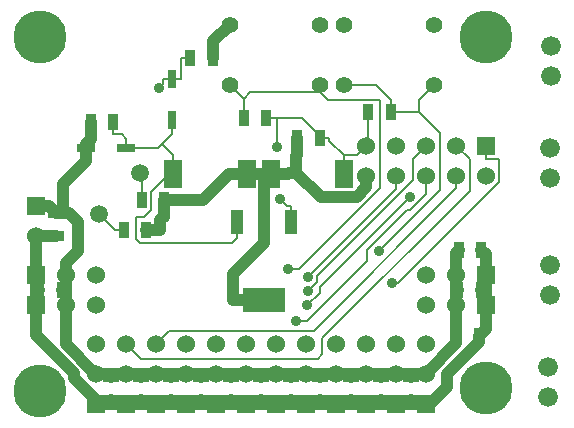
<source format=gbl>
G04 (created by PCBNEW-RS274X (2011-05-25)-stable) date Чт. 09 авг. 2012 02:33:36*
G01*
G70*
G90*
%MOIN*%
G04 Gerber Fmt 3.4, Leading zero omitted, Abs format*
%FSLAX34Y34*%
G04 APERTURE LIST*
%ADD10C,0.006000*%
%ADD11C,0.066000*%
%ADD12R,0.144000X0.080000*%
%ADD13R,0.040000X0.080000*%
%ADD14C,0.177200*%
%ADD15R,0.062900X0.031400*%
%ADD16R,0.031400X0.062900*%
%ADD17R,0.059100X0.094500*%
%ADD18C,0.059100*%
%ADD19R,0.060000X0.060000*%
%ADD20C,0.060000*%
%ADD21R,0.035000X0.055000*%
%ADD22R,0.055000X0.035000*%
%ADD23C,0.055000*%
%ADD24C,0.035000*%
%ADD25C,0.008000*%
%ADD26C,0.039400*%
G04 APERTURE END LIST*
G54D10*
G54D11*
X63925Y-29275D03*
X63925Y-28275D03*
X63875Y-32675D03*
X63875Y-31675D03*
X63925Y-25375D03*
X63925Y-24375D03*
G54D12*
X54409Y-29440D03*
G54D13*
X54409Y-26840D03*
X55309Y-26840D03*
X53509Y-26840D03*
G54D14*
X46949Y-20669D03*
X46949Y-32480D03*
X61811Y-20669D03*
X61811Y-32382D03*
G54D15*
X48475Y-24360D03*
X49813Y-24360D03*
G54D16*
X51329Y-22087D03*
X51329Y-23425D03*
G54D17*
X57066Y-25226D03*
X54626Y-25226D03*
X51388Y-25226D03*
X53828Y-25226D03*
G54D18*
X48920Y-26580D03*
X50280Y-25220D03*
G54D19*
X46801Y-26301D03*
G54D20*
X46801Y-27301D03*
G54D19*
X61800Y-28600D03*
G54D20*
X60800Y-28600D03*
X59800Y-28600D03*
G54D19*
X58800Y-32900D03*
G54D20*
X58800Y-31900D03*
X58800Y-30900D03*
G54D19*
X59800Y-32900D03*
G54D20*
X59800Y-31900D03*
X59800Y-30900D03*
G54D19*
X61800Y-29600D03*
G54D20*
X60800Y-29600D03*
X59800Y-29600D03*
G54D19*
X46800Y-29600D03*
G54D20*
X47800Y-29600D03*
X48800Y-29600D03*
G54D19*
X53800Y-32900D03*
G54D20*
X53800Y-31900D03*
X53800Y-30900D03*
G54D19*
X52800Y-32900D03*
G54D20*
X52800Y-31900D03*
X52800Y-30900D03*
G54D19*
X51800Y-32900D03*
G54D20*
X51800Y-31900D03*
X51800Y-30900D03*
G54D19*
X50800Y-32900D03*
G54D20*
X50800Y-31900D03*
X50800Y-30900D03*
G54D19*
X49800Y-32900D03*
G54D20*
X49800Y-31900D03*
X49800Y-30900D03*
G54D19*
X48800Y-32900D03*
G54D20*
X48800Y-31900D03*
X48800Y-30900D03*
G54D19*
X46800Y-28600D03*
G54D20*
X47800Y-28600D03*
X48800Y-28600D03*
G54D19*
X57800Y-32900D03*
G54D20*
X57800Y-31900D03*
X57800Y-30900D03*
G54D19*
X56800Y-32900D03*
G54D20*
X56800Y-31900D03*
X56800Y-30900D03*
G54D19*
X55800Y-32900D03*
G54D20*
X55800Y-31900D03*
X55800Y-30900D03*
G54D19*
X54800Y-32900D03*
G54D20*
X54800Y-31900D03*
X54800Y-30900D03*
G54D21*
X57883Y-23189D03*
X58633Y-23189D03*
X48631Y-23504D03*
X49381Y-23504D03*
X53729Y-23376D03*
X54479Y-23376D03*
X47658Y-29104D03*
X46908Y-29104D03*
X60905Y-27776D03*
X61655Y-27776D03*
X60816Y-30630D03*
X61566Y-30630D03*
G54D22*
X49301Y-32017D03*
X49301Y-32767D03*
X54301Y-32017D03*
X54301Y-32767D03*
X50305Y-32017D03*
X50305Y-32767D03*
X51299Y-32017D03*
X51299Y-32767D03*
X52303Y-32017D03*
X52303Y-32767D03*
X53297Y-32017D03*
X53297Y-32767D03*
X47490Y-26554D03*
X47490Y-27304D03*
G54D21*
X60885Y-29104D03*
X61635Y-29104D03*
G54D22*
X59301Y-32017D03*
X59301Y-32767D03*
X58297Y-32017D03*
X58297Y-32767D03*
X57303Y-32017D03*
X57303Y-32767D03*
X56289Y-32017D03*
X56289Y-32767D03*
X55305Y-32017D03*
X55305Y-32767D03*
G54D21*
X56261Y-24035D03*
X55511Y-24035D03*
X52698Y-21388D03*
X51948Y-21388D03*
X50325Y-26100D03*
X51075Y-26100D03*
X49725Y-27100D03*
X50475Y-27100D03*
G54D23*
X57073Y-22270D03*
X57073Y-20270D03*
X60073Y-22270D03*
X60073Y-20270D03*
X53264Y-22260D03*
X53264Y-20260D03*
X56264Y-22260D03*
X56264Y-20260D03*
G54D19*
X61813Y-24293D03*
G54D20*
X61813Y-25293D03*
X60813Y-24293D03*
X60813Y-25293D03*
X59813Y-24293D03*
X59813Y-25293D03*
X58813Y-24293D03*
X58813Y-25293D03*
X57813Y-24293D03*
X57813Y-25293D03*
G54D11*
X63975Y-21975D03*
X63975Y-20975D03*
G54D24*
X55861Y-28677D03*
X55872Y-29142D03*
X58664Y-28870D03*
X59257Y-26021D03*
X55855Y-29616D03*
X55475Y-30127D03*
X54929Y-26069D03*
X54827Y-24354D03*
X51003Y-26717D03*
X50894Y-22360D03*
X55198Y-28398D03*
X58247Y-27808D03*
G54D25*
X58813Y-25725D02*
X55861Y-28677D01*
X58813Y-25293D02*
X58813Y-25725D01*
X56179Y-28835D02*
X55872Y-29142D01*
X56179Y-28642D02*
X56179Y-28835D01*
X59369Y-25452D02*
X56179Y-28642D01*
X59369Y-24737D02*
X59369Y-25452D01*
X59813Y-24293D02*
X59369Y-24737D01*
X61813Y-24293D02*
X61813Y-24736D01*
X58877Y-28870D02*
X58664Y-28870D01*
X62256Y-25491D02*
X58877Y-28870D01*
X62256Y-24758D02*
X62256Y-25491D01*
X62234Y-24736D02*
X62256Y-24758D01*
X61813Y-24736D02*
X62234Y-24736D01*
X50308Y-31408D02*
X49800Y-30900D01*
X56198Y-31408D02*
X50308Y-31408D01*
X56356Y-31250D02*
X56198Y-31408D01*
X56356Y-30718D02*
X56356Y-31250D01*
X61257Y-25817D02*
X56356Y-30718D01*
X61257Y-24737D02*
X61257Y-25817D01*
X60813Y-24293D02*
X61257Y-24737D01*
X51244Y-30456D02*
X50800Y-30900D01*
X56071Y-30456D02*
X51244Y-30456D01*
X60813Y-25714D02*
X56071Y-30456D01*
X60813Y-25293D02*
X60813Y-25714D01*
X56273Y-29005D02*
X59257Y-26021D01*
X56273Y-29198D02*
X56273Y-29005D01*
X55855Y-29616D02*
X56273Y-29198D01*
X59813Y-25916D02*
X59813Y-25293D01*
X59289Y-26440D02*
X59813Y-25916D01*
X59165Y-26440D02*
X59289Y-26440D01*
X57836Y-27769D02*
X59165Y-26440D01*
X57836Y-28125D02*
X57836Y-27769D01*
X55834Y-30127D02*
X57836Y-28125D01*
X55475Y-30127D02*
X55834Y-30127D01*
X57883Y-24223D02*
X57813Y-24293D01*
X57883Y-23189D02*
X57883Y-24223D01*
X57495Y-24611D02*
X57066Y-24611D01*
X57813Y-24293D02*
X57495Y-24611D01*
X57066Y-25226D02*
X57066Y-24611D01*
X56579Y-24124D02*
X57066Y-24611D01*
X56579Y-24035D02*
X56579Y-24124D01*
X55157Y-26297D02*
X55309Y-26297D01*
X54929Y-26069D02*
X55157Y-26297D01*
X55309Y-26840D02*
X55309Y-26297D01*
X56261Y-24035D02*
X56349Y-24035D01*
X56349Y-24035D02*
X56579Y-24035D01*
X54827Y-23376D02*
X54827Y-24354D01*
X54479Y-23376D02*
X54827Y-23376D01*
X55690Y-23376D02*
X56349Y-24035D01*
X54827Y-23376D02*
X55690Y-23376D01*
G54D26*
X48800Y-32900D02*
X48800Y-32757D01*
X46800Y-30612D02*
X46800Y-29600D01*
X48073Y-31885D02*
X46800Y-30612D01*
X48073Y-32030D02*
X48073Y-31885D01*
X48800Y-32757D02*
X48073Y-32030D01*
X61800Y-27921D02*
X61655Y-27776D01*
X61800Y-28600D02*
X61800Y-27921D01*
X61800Y-30396D02*
X61566Y-30630D01*
X61800Y-29600D02*
X61800Y-30396D01*
X61566Y-30855D02*
X61566Y-30630D01*
X60512Y-31909D02*
X61566Y-30855D01*
X60512Y-32342D02*
X60512Y-31909D01*
X59954Y-32900D02*
X60512Y-32342D01*
X59800Y-32900D02*
X59954Y-32900D01*
X46804Y-27304D02*
X46801Y-27301D01*
X47490Y-27304D02*
X46804Y-27304D01*
X46801Y-28599D02*
X46800Y-28600D01*
X46801Y-27301D02*
X46801Y-28599D01*
X54626Y-25226D02*
X55222Y-25226D01*
X56800Y-32900D02*
X56300Y-32900D01*
X56300Y-32900D02*
X55800Y-32900D01*
X56289Y-32889D02*
X56289Y-32767D01*
X56300Y-32900D02*
X56289Y-32889D01*
X56800Y-32900D02*
X57300Y-32900D01*
X57300Y-32900D02*
X57800Y-32900D01*
X57303Y-32897D02*
X57303Y-32767D01*
X57300Y-32900D02*
X57303Y-32897D01*
X57800Y-32900D02*
X58300Y-32900D01*
X58300Y-32900D02*
X58800Y-32900D01*
X58297Y-32897D02*
X58297Y-32767D01*
X58300Y-32900D02*
X58297Y-32897D01*
X58800Y-32900D02*
X59300Y-32900D01*
X59300Y-32900D02*
X59800Y-32900D01*
X59301Y-32899D02*
X59301Y-32767D01*
X59300Y-32900D02*
X59301Y-32899D01*
X53800Y-32900D02*
X53300Y-32900D01*
X53300Y-32900D02*
X52800Y-32900D01*
X53297Y-32897D02*
X53297Y-32767D01*
X53300Y-32900D02*
X53297Y-32897D01*
X61635Y-29104D02*
X61800Y-29104D01*
X61800Y-29600D02*
X61800Y-29104D01*
X61800Y-29104D02*
X61800Y-28600D01*
X50800Y-32900D02*
X51300Y-32900D01*
X51300Y-32900D02*
X51800Y-32900D01*
X51299Y-32899D02*
X51299Y-32767D01*
X51300Y-32900D02*
X51299Y-32899D01*
X54800Y-32900D02*
X54300Y-32900D01*
X54300Y-32900D02*
X53800Y-32900D01*
X54301Y-32899D02*
X54301Y-32767D01*
X54300Y-32900D02*
X54301Y-32899D01*
X46800Y-28600D02*
X46800Y-29100D01*
X46800Y-29100D02*
X46800Y-29600D01*
X46904Y-29100D02*
X46908Y-29104D01*
X46800Y-29100D02*
X46904Y-29100D01*
X54409Y-29440D02*
X53389Y-29440D01*
X54409Y-26840D02*
X54409Y-27540D01*
X55256Y-25192D02*
X55222Y-25226D01*
X55489Y-25192D02*
X55256Y-25192D01*
X55489Y-24632D02*
X55489Y-25192D01*
X55511Y-24610D02*
X55489Y-24632D01*
X55511Y-24035D02*
X55511Y-24610D01*
X54409Y-26840D02*
X54409Y-26140D01*
X54409Y-25226D02*
X54409Y-26140D01*
X54409Y-25226D02*
X54626Y-25226D01*
X53389Y-28560D02*
X53389Y-29440D01*
X54409Y-27540D02*
X53389Y-28560D01*
X54409Y-25226D02*
X53828Y-25226D01*
X53828Y-25226D02*
X53232Y-25226D01*
X52711Y-20813D02*
X52698Y-20813D01*
X53264Y-20260D02*
X52711Y-20813D01*
X52698Y-21388D02*
X52698Y-20813D01*
X55800Y-32900D02*
X55300Y-32900D01*
X55300Y-32900D02*
X54800Y-32900D01*
X55305Y-32895D02*
X55305Y-32767D01*
X55300Y-32900D02*
X55305Y-32895D01*
X56297Y-26000D02*
X55489Y-25192D01*
X57495Y-26000D02*
X56297Y-26000D01*
X57813Y-25682D02*
X57495Y-26000D01*
X57813Y-25293D02*
X57813Y-25682D01*
X49800Y-32900D02*
X50300Y-32900D01*
X50300Y-32900D02*
X50800Y-32900D01*
X50305Y-32895D02*
X50305Y-32767D01*
X50300Y-32900D02*
X50305Y-32895D01*
X52800Y-32900D02*
X52300Y-32900D01*
X52300Y-32900D02*
X51800Y-32900D01*
X52303Y-32897D02*
X52303Y-32767D01*
X52300Y-32900D02*
X52303Y-32897D01*
X50475Y-27100D02*
X50950Y-27100D01*
X50950Y-26770D02*
X50950Y-27100D01*
X51003Y-26717D02*
X50950Y-26770D01*
X52358Y-26100D02*
X51075Y-26100D01*
X53232Y-25226D02*
X52358Y-26100D01*
X51045Y-26675D02*
X51003Y-26717D01*
X51075Y-26675D02*
X51045Y-26675D01*
X51075Y-26100D02*
X51075Y-26675D01*
X48800Y-32900D02*
X49300Y-32900D01*
X49300Y-32900D02*
X49800Y-32900D01*
X49301Y-32899D02*
X49301Y-32767D01*
X49300Y-32900D02*
X49301Y-32899D01*
G54D25*
X51029Y-22225D02*
X50894Y-22360D01*
X51029Y-22087D02*
X51029Y-22225D01*
X51329Y-22087D02*
X51029Y-22087D01*
X51630Y-22086D02*
X51629Y-22087D01*
X51630Y-21388D02*
X51630Y-22086D01*
X51948Y-21388D02*
X51630Y-21388D01*
X51329Y-22087D02*
X51629Y-22087D01*
X50325Y-25265D02*
X50280Y-25220D01*
X50325Y-26100D02*
X50325Y-25265D01*
X49440Y-27100D02*
X48920Y-26580D01*
X49725Y-27100D02*
X49440Y-27100D01*
X53264Y-22260D02*
X53729Y-22725D01*
X53729Y-22725D02*
X53729Y-23376D01*
X56264Y-22260D02*
X56264Y-22501D01*
X53953Y-22501D02*
X53729Y-22725D01*
X56264Y-22501D02*
X53953Y-22501D01*
X55580Y-28398D02*
X55198Y-28398D01*
X58257Y-25721D02*
X55580Y-28398D01*
X58257Y-22792D02*
X58257Y-25721D01*
X58235Y-22770D02*
X58257Y-22792D01*
X56533Y-22770D02*
X58235Y-22770D01*
X56264Y-22501D02*
X56533Y-22770D01*
X60269Y-23883D02*
X59575Y-23189D01*
X60269Y-25786D02*
X60269Y-23883D01*
X58247Y-27808D02*
X60269Y-25786D01*
X59575Y-22768D02*
X60073Y-22270D01*
X59575Y-23189D02*
X59575Y-22768D01*
X58633Y-23189D02*
X59575Y-23189D01*
X58132Y-22270D02*
X58633Y-22771D01*
X57073Y-22270D02*
X58132Y-22270D01*
X58633Y-23189D02*
X58633Y-22771D01*
X51329Y-23425D02*
X51329Y-23883D01*
X49813Y-24360D02*
X50271Y-24360D01*
X49675Y-23922D02*
X49813Y-24060D01*
X49381Y-23922D02*
X49675Y-23922D01*
X49813Y-24360D02*
X49813Y-24060D01*
X49381Y-23504D02*
X49381Y-23922D01*
X51007Y-24229D02*
X51388Y-24610D01*
X50876Y-24360D02*
X51007Y-24229D01*
X50271Y-24360D02*
X50876Y-24360D01*
X51329Y-23907D02*
X51329Y-23883D01*
X51007Y-24229D02*
X51329Y-23907D01*
X51388Y-25226D02*
X51388Y-25102D01*
X51388Y-25102D02*
X51388Y-24610D01*
X53353Y-27539D02*
X53509Y-27383D01*
X50262Y-27539D02*
X53353Y-27539D01*
X50134Y-27411D02*
X50262Y-27539D01*
X50134Y-26695D02*
X50134Y-27411D01*
X50155Y-26674D02*
X50134Y-26695D01*
X50403Y-26674D02*
X50155Y-26674D01*
X50643Y-26434D02*
X50403Y-26674D01*
X50643Y-25847D02*
X50643Y-26434D01*
X51388Y-25102D02*
X50643Y-25847D01*
X53509Y-26840D02*
X53509Y-27383D01*
G54D26*
X60800Y-27881D02*
X60905Y-27776D01*
X60800Y-28600D02*
X60800Y-27881D01*
X60816Y-30884D02*
X59800Y-31900D01*
X60816Y-30630D02*
X60816Y-30884D01*
X60800Y-30614D02*
X60816Y-30630D01*
X60800Y-29600D02*
X60800Y-30614D01*
X47237Y-26301D02*
X47490Y-26554D01*
X46801Y-26301D02*
X47237Y-26301D01*
X47800Y-30910D02*
X47800Y-29600D01*
X48790Y-31900D02*
X47800Y-30910D01*
X48800Y-31900D02*
X48790Y-31900D01*
X55800Y-31900D02*
X56300Y-31900D01*
X56300Y-31900D02*
X56800Y-31900D01*
X56289Y-31911D02*
X56289Y-32017D01*
X56300Y-31900D02*
X56289Y-31911D01*
X57800Y-31900D02*
X57300Y-31900D01*
X57300Y-31900D02*
X56800Y-31900D01*
X57303Y-31903D02*
X57303Y-32017D01*
X57300Y-31900D02*
X57303Y-31903D01*
X58800Y-31900D02*
X58300Y-31900D01*
X58300Y-31900D02*
X57800Y-31900D01*
X58297Y-31903D02*
X58297Y-32017D01*
X58300Y-31900D02*
X58297Y-31903D01*
X59800Y-31900D02*
X59300Y-31900D01*
X59300Y-31900D02*
X58800Y-31900D01*
X59301Y-31901D02*
X59301Y-32017D01*
X59300Y-31900D02*
X59301Y-31901D01*
X52800Y-31900D02*
X53300Y-31900D01*
X53300Y-31900D02*
X53800Y-31900D01*
X53297Y-31903D02*
X53297Y-32017D01*
X53300Y-31900D02*
X53297Y-31903D01*
X60885Y-29104D02*
X60800Y-29104D01*
X60800Y-29600D02*
X60800Y-29104D01*
X60800Y-29104D02*
X60800Y-28600D01*
X51800Y-31900D02*
X52300Y-31900D01*
X52300Y-31900D02*
X52800Y-31900D01*
X52303Y-31903D02*
X52303Y-32017D01*
X52300Y-31900D02*
X52303Y-31903D01*
X51800Y-31900D02*
X51300Y-31900D01*
X51300Y-31900D02*
X50800Y-31900D01*
X51299Y-31901D02*
X51299Y-32017D01*
X51300Y-31900D02*
X51299Y-31901D01*
X53800Y-31900D02*
X54300Y-31900D01*
X54300Y-31900D02*
X54800Y-31900D01*
X54301Y-31901D02*
X54301Y-32017D01*
X54300Y-31900D02*
X54301Y-31901D01*
X49800Y-31900D02*
X49300Y-31900D01*
X49300Y-31900D02*
X48800Y-31900D01*
X49301Y-31901D02*
X49301Y-32017D01*
X49300Y-31900D02*
X49301Y-31901D01*
X47800Y-28600D02*
X47800Y-29100D01*
X47800Y-29100D02*
X47800Y-29600D01*
X47662Y-29100D02*
X47658Y-29104D01*
X47800Y-29100D02*
X47662Y-29100D01*
X48475Y-24235D02*
X48475Y-24360D01*
X48631Y-24079D02*
X48475Y-24235D01*
X48631Y-23504D02*
X48631Y-24079D01*
X50800Y-31900D02*
X50300Y-31900D01*
X50300Y-31900D02*
X49800Y-31900D01*
X50305Y-31905D02*
X50305Y-32017D01*
X50300Y-31900D02*
X50305Y-31905D01*
X54800Y-31900D02*
X55300Y-31900D01*
X55300Y-31900D02*
X55800Y-31900D01*
X55305Y-31905D02*
X55305Y-32017D01*
X55300Y-31900D02*
X55305Y-31905D01*
X47490Y-26554D02*
X47706Y-26554D01*
X47800Y-28214D02*
X47800Y-28600D01*
X48219Y-27795D02*
X47800Y-28214D01*
X48219Y-26851D02*
X48219Y-27795D01*
X47922Y-26554D02*
X48219Y-26851D01*
X47706Y-26554D02*
X47922Y-26554D01*
X47706Y-25586D02*
X48475Y-24817D01*
X47706Y-26554D02*
X47706Y-25586D01*
X48475Y-24360D02*
X48475Y-24817D01*
M02*

</source>
